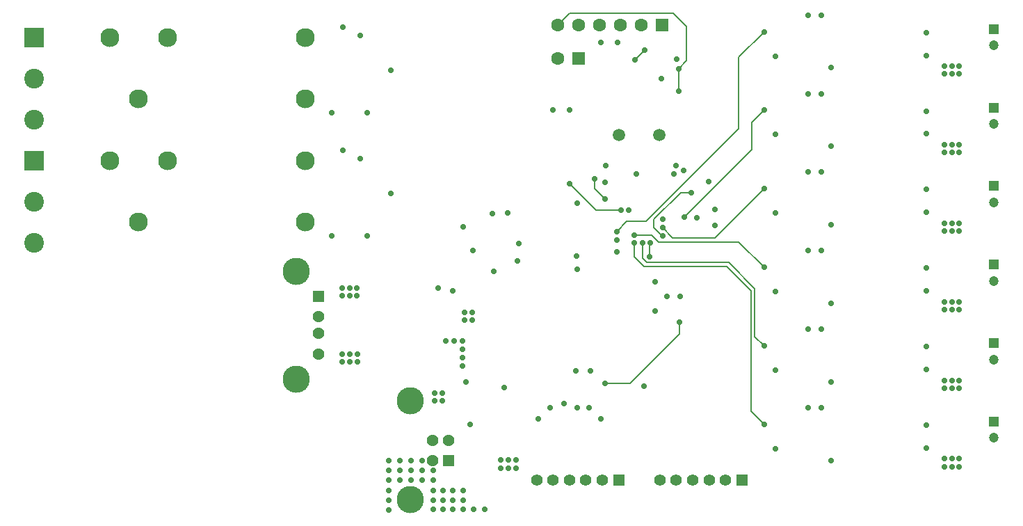
<source format=gbl>
G04*
G04 #@! TF.GenerationSoftware,Altium Limited,Altium Designer,22.10.1 (41)*
G04*
G04 Layer_Physical_Order=4*
G04 Layer_Color=16711680*
%FSLAX43Y43*%
%MOMM*%
G71*
G04*
G04 #@! TF.SameCoordinates,B95FFBA6-6113-45C9-A07F-A258FB423046*
G04*
G04*
G04 #@! TF.FilePolarity,Positive*
G04*
G01*
G75*
%ADD13C,0.200*%
%ADD53C,0.190*%
%ADD78C,3.316*%
%ADD79C,1.428*%
%ADD80R,1.428X1.428*%
%ADD81C,1.600*%
%ADD82R,1.600X1.600*%
%ADD83C,2.400*%
%ADD84R,2.400X2.400*%
%ADD85C,2.300*%
%ADD86R,1.200X1.200*%
%ADD87C,1.200*%
%ADD88C,1.400*%
%ADD89R,1.400X1.400*%
%ADD90C,1.500*%
%ADD91C,0.700*%
D13*
X29000Y21481D02*
X32093Y24573D01*
X29000Y12776D02*
Y21481D01*
X30559Y10192D02*
Y13486D01*
X32093Y15020D01*
X30481Y-21583D02*
X32093Y-23195D01*
X30481Y-21583D02*
Y-6923D01*
X30972Y-12520D02*
Y-6676D01*
Y-12520D02*
X32093Y-13641D01*
X17724Y1500D02*
X29000Y12776D01*
X22349Y1981D02*
X30559Y10192D01*
X21705Y20047D02*
X22682Y21024D01*
Y25218D01*
X21707Y17370D02*
X21709Y17367D01*
X21705Y20047D02*
X21707Y20044D01*
Y17370D02*
Y20044D01*
X21056Y26844D02*
X22682Y25218D01*
X8444Y26844D02*
X21056D01*
X6990Y25390D02*
X8444Y26844D01*
X17525Y22347D02*
X17547D01*
X16363Y21184D02*
X17525Y22347D01*
X16341Y21184D02*
X16363D01*
X15389Y1500D02*
X17724D01*
X14145Y256D02*
X15389Y1500D01*
X18443Y-185D02*
X19258Y-1000D01*
X16300Y-185D02*
X18443D01*
X16295Y-2811D02*
Y-1148D01*
X18646Y779D02*
Y1719D01*
X21925Y4997D01*
X23206D01*
X18646Y779D02*
X19711Y-286D01*
X26138Y-488D02*
X32093Y5466D01*
X20939Y-488D02*
X26138D01*
X19726Y724D02*
X20939Y-488D01*
X8391Y6098D02*
X11642Y2847D01*
X14663D01*
X27539Y-3981D02*
X30481Y-6923D01*
X16295Y-2811D02*
X17465Y-3981D01*
X27539D01*
X27812Y-3516D02*
X30972Y-6676D01*
X17853Y-3516D02*
X27812D01*
X17295Y-2958D02*
X17853Y-3516D01*
X29005Y-1000D02*
X32093Y-4088D01*
X19258Y-1000D02*
X29005D01*
X17295Y-2958D02*
Y-1105D01*
X19726Y724D02*
X19734Y732D01*
X11426Y5523D02*
X12750Y4200D01*
X11426Y5523D02*
Y6629D01*
X18191Y-2800D02*
Y-1109D01*
X18181Y-2809D02*
X18191Y-2800D01*
Y-1109D02*
X18200Y-1100D01*
D53*
X15800Y-18200D02*
X21819Y-12181D01*
Y-10750D01*
X12700Y-18200D02*
X15800D01*
D78*
X-10989Y-32395D02*
D03*
Y-20355D02*
D03*
X-24842Y-17697D02*
D03*
Y-4557D02*
D03*
D79*
X-8279Y-27625D02*
D03*
Y-25125D02*
D03*
X-6279D02*
D03*
X-22132Y-14627D02*
D03*
Y-12127D02*
D03*
Y-10127D02*
D03*
D80*
X-6279Y-27625D02*
D03*
X-22132Y-7627D02*
D03*
D81*
X6986Y21300D02*
D03*
X6990Y25390D02*
D03*
X9530D02*
D03*
X12070D02*
D03*
X14610D02*
D03*
X17150D02*
D03*
D82*
X9526Y21300D02*
D03*
X19690Y25390D02*
D03*
D83*
X-56759Y3894D02*
D03*
Y-1106D02*
D03*
X-56759Y13894D02*
D03*
Y18894D02*
D03*
D84*
X-56759Y8894D02*
D03*
X-56759Y23894D02*
D03*
D85*
X-47545Y8894D02*
D03*
X-40545D02*
D03*
X-44045Y1394D02*
D03*
X-23745Y8894D02*
D03*
Y1394D02*
D03*
X-23745Y16394D02*
D03*
Y23894D02*
D03*
X-44045Y16394D02*
D03*
X-40545Y23894D02*
D03*
X-47545D02*
D03*
D86*
X60100Y15346D02*
D03*
Y5793D02*
D03*
Y-3761D02*
D03*
Y-13314D02*
D03*
Y24900D02*
D03*
Y-22868D02*
D03*
D87*
Y13346D02*
D03*
Y3793D02*
D03*
Y-5761D02*
D03*
Y-15314D02*
D03*
Y22900D02*
D03*
Y-24868D02*
D03*
D88*
X6400Y-30000D02*
D03*
X8400Y-30000D02*
D03*
X10400D02*
D03*
X12400D02*
D03*
X4400Y-30000D02*
D03*
X21400D02*
D03*
X23400Y-30000D02*
D03*
X25400D02*
D03*
X27400D02*
D03*
X19400Y-30000D02*
D03*
D89*
X14400Y-30000D02*
D03*
X29400D02*
D03*
D90*
X19347Y12000D02*
D03*
X14467D02*
D03*
D91*
X21709Y17367D02*
D03*
X21705Y20047D02*
D03*
X16341Y21184D02*
D03*
X17547Y22347D02*
D03*
X19626Y18826D02*
D03*
X21494Y21206D02*
D03*
X22349Y1981D02*
D03*
X16300Y-185D02*
D03*
X16295Y-1148D02*
D03*
X14145Y256D02*
D03*
X8409Y15044D02*
D03*
X8391Y6098D02*
D03*
X14663Y2847D02*
D03*
X19726Y724D02*
D03*
Y-286D02*
D03*
X23206Y4997D02*
D03*
X15644Y2847D02*
D03*
X19726Y1724D02*
D03*
X32093Y-4088D02*
D03*
X32093Y-13641D02*
D03*
X32093Y-23195D02*
D03*
Y5466D02*
D03*
Y15020D02*
D03*
Y24573D02*
D03*
X6363Y15071D02*
D03*
X18200Y-1095D02*
D03*
X17295Y-1105D02*
D03*
X12750Y4200D02*
D03*
X11426Y6629D02*
D03*
X12226Y23250D02*
D03*
X14226Y23225D02*
D03*
X18181Y-2809D02*
D03*
X23952Y1944D02*
D03*
X26102Y2950D02*
D03*
X-4627Y-13074D02*
D03*
X-5638D02*
D03*
X-4614Y-14087D02*
D03*
X-4600Y-15100D02*
D03*
X-4400Y-9601D02*
D03*
Y-10501D02*
D03*
X-3450D02*
D03*
Y-9601D02*
D03*
X-7100Y-20350D02*
D03*
X-8000D02*
D03*
X-4186Y-18013D02*
D03*
X-8000Y-19400D02*
D03*
X-7100D02*
D03*
X-5800Y-7000D02*
D03*
X-7584Y-6650D02*
D03*
X-6649Y-13074D02*
D03*
X-4586Y-16113D02*
D03*
X1875Y-27526D02*
D03*
Y-28541D02*
D03*
X75D02*
D03*
X975D02*
D03*
X75Y-27526D02*
D03*
X975D02*
D03*
X434Y-18699D02*
D03*
X7780Y-20701D02*
D03*
X12226Y-22538D02*
D03*
X4589Y-22537D02*
D03*
X17450Y-18550D02*
D03*
X21819Y-10750D02*
D03*
X12700Y-18200D02*
D03*
X18869Y-9400D02*
D03*
X10803Y-21207D02*
D03*
X10932Y-16717D02*
D03*
X9200Y-16700D02*
D03*
X6050Y-21175D02*
D03*
X9322Y-21207D02*
D03*
X18814Y-5868D02*
D03*
X20244Y-7608D02*
D03*
X21844Y-7608D02*
D03*
X26090Y959D02*
D03*
X9316Y3732D02*
D03*
X14145Y-2244D02*
D03*
Y-744D02*
D03*
X-3655Y-23236D02*
D03*
X-8179Y-28840D02*
D03*
X-8179Y-30030D02*
D03*
X-13600Y-33600D02*
D03*
Y-31220D02*
D03*
Y-32410D02*
D03*
X-1879Y-33565D02*
D03*
X-3229D02*
D03*
X-8179Y-31226D02*
D03*
X-4579D02*
D03*
X-5779D02*
D03*
X-6979D02*
D03*
Y-32422D02*
D03*
X-5779D02*
D03*
Y-33565D02*
D03*
X-6979D02*
D03*
X-4579Y-32422D02*
D03*
Y-33565D02*
D03*
X-8179D02*
D03*
Y-32422D02*
D03*
X-10889Y-30030D02*
D03*
X-9534D02*
D03*
X-12245D02*
D03*
X-13600D02*
D03*
X-10889Y-28840D02*
D03*
X-9534D02*
D03*
X-12245D02*
D03*
X-13600D02*
D03*
Y-27650D02*
D03*
X-12245Y-27650D02*
D03*
X-9534D02*
D03*
X-10889D02*
D03*
X-19228Y-14665D02*
D03*
X-18328D02*
D03*
Y-15615D02*
D03*
X-19228D02*
D03*
X-17428Y-14665D02*
D03*
Y-15615D02*
D03*
X-19272Y-6589D02*
D03*
Y-7539D02*
D03*
X-17472Y-6589D02*
D03*
X-18372D02*
D03*
Y-7539D02*
D03*
X-17472D02*
D03*
X879Y2512D02*
D03*
X-996Y2407D02*
D03*
X2223Y-1230D02*
D03*
X-790Y-4576D02*
D03*
X2063Y-3327D02*
D03*
X-4576Y802D02*
D03*
X-3327Y-2051D02*
D03*
X9308Y-4328D02*
D03*
X9299Y-2737D02*
D03*
X-16200Y-300D02*
D03*
X-20500D02*
D03*
X-19154Y10108D02*
D03*
X-17045Y9094D02*
D03*
X-13370Y4903D02*
D03*
X-13370Y19903D02*
D03*
X-16200Y14700D02*
D03*
X-17045Y24094D02*
D03*
X-19154Y25109D02*
D03*
X-20500Y14700D02*
D03*
X55853Y-28353D02*
D03*
Y-27403D02*
D03*
X54053Y-28353D02*
D03*
X54953D02*
D03*
X40264Y-27588D02*
D03*
X54953Y-27403D02*
D03*
X54053D02*
D03*
X54953Y19419D02*
D03*
Y10821D02*
D03*
X55853D02*
D03*
Y19419D02*
D03*
X54953Y20369D02*
D03*
X55853Y9871D02*
D03*
Y20369D02*
D03*
X54953Y9871D02*
D03*
X54053D02*
D03*
X51862Y14912D02*
D03*
X51853Y12141D02*
D03*
X54053Y10821D02*
D03*
Y20369D02*
D03*
Y19419D02*
D03*
X51853Y21694D02*
D03*
X37434Y26591D02*
D03*
X51862Y24465D02*
D03*
X39085Y26591D02*
D03*
X33443Y21601D02*
D03*
Y12048D02*
D03*
X40264Y20179D02*
D03*
X39085Y17037D02*
D03*
X40264Y10626D02*
D03*
X37434Y17037D02*
D03*
X40264Y1072D02*
D03*
X39085Y-2070D02*
D03*
X37434D02*
D03*
X55853Y1262D02*
D03*
X54953Y312D02*
D03*
X55853D02*
D03*
X54953Y1262D02*
D03*
X54053Y312D02*
D03*
Y1262D02*
D03*
X51862Y-4195D02*
D03*
X51853Y-6966D02*
D03*
X55853Y-18800D02*
D03*
Y-9241D02*
D03*
Y-8291D02*
D03*
Y-17850D02*
D03*
X54953Y-8291D02*
D03*
X54053D02*
D03*
Y-18800D02*
D03*
X54953Y-17850D02*
D03*
X54053D02*
D03*
X54953Y-18800D02*
D03*
Y-9241D02*
D03*
X54053D02*
D03*
X51862Y-23303D02*
D03*
X51853Y-26073D02*
D03*
X51862Y5358D02*
D03*
X51853Y2587D02*
D03*
X51862Y-13749D02*
D03*
X51853Y-16520D02*
D03*
X33443Y-26167D02*
D03*
X40264Y-8481D02*
D03*
Y-18035D02*
D03*
X33443Y-7060D02*
D03*
Y-16613D02*
D03*
X37434Y-21177D02*
D03*
Y-11624D02*
D03*
X39085Y-21177D02*
D03*
Y-11624D02*
D03*
Y7484D02*
D03*
X37434D02*
D03*
X33443Y2494D02*
D03*
X12842Y8299D02*
D03*
X12757Y6247D02*
D03*
X22290Y7650D02*
D03*
X16507Y7245D02*
D03*
X25390Y6300D02*
D03*
X21122Y7287D02*
D03*
X21384Y8301D02*
D03*
M02*

</source>
